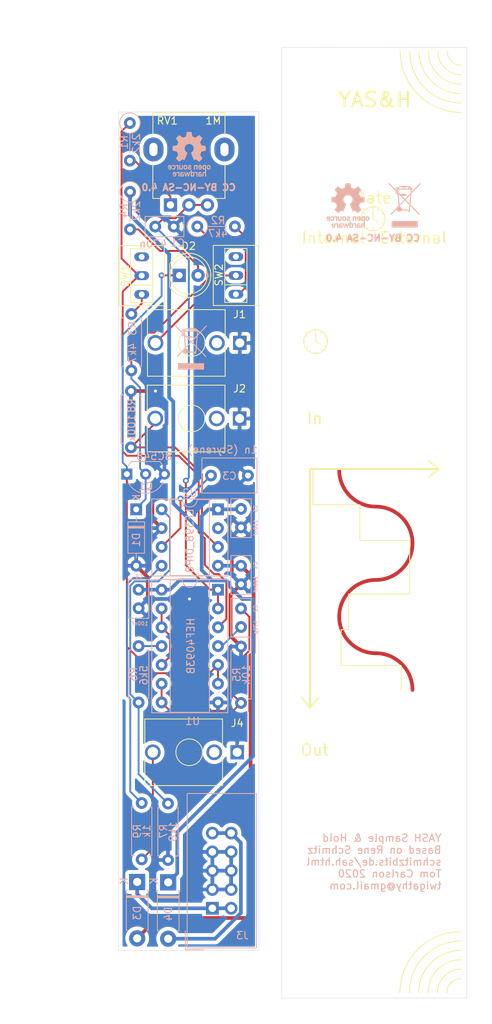
<source format=kicad_pcb>
(kicad_pcb (version 20171130) (host pcbnew "(5.1.4)-1")
  (layers (0 F.Cu signal) (31 B.Cu signal) (34 B.Paste user) (35 F.Paste user) (36 B.SilkS user) (37 F.SilkS user) (38 B.Mask user) (39 F.Mask user) (44 Edge.Cuts user))
  (net 0 "")
  (net 1 Earth)
  (net 2 "Net-(C1-Pad1)")
  (net 3 "Net-(C2-Pad2)")
  (net 4 "Net-(C2-Pad1)")
  (net 5 "Net-(C3-Pad1)")
  (net 6 "Net-(D1-Pad1)")
  (net 7 "Net-(D2-Pad2)")
  (net 8 "Net-(D2-Pad1)")
  (net 9 -12V)
  (net 10 "Net-(D3-Pad1)")
  (net 11 "Net-(D4-Pad2)")
  (net 12 +12V)
  (net 13 "Net-(J1-PadT)")
  (net 14 "Net-(J2-PadT)")
  (net 15 "Net-(J4-PadT)")
  (net 16 "Net-(R1-Pad2)")
  (net 17 "Net-(R1-Pad1)")
  (net 18 "Net-(R3-Pad2)")
  (net 19 "Net-(R6-Pad2)")
  (net 20 "Net-(R6-Pad1)")
  (net 21 "Net-(U1-Pad10)")
  (net 22 "Net-(U2-Pad2)")
  (net 23 "Net-(SW1-Pad3)")
  (net 24 "Net-(R2-Pad2)")
  (net 25 "Net-(SW2-Pad3)")
  (net 26 "Net-(R9-Pad2)")
  (module Symbol:OSHW-Logo_5.7x6mm_SilkScreen (layer B.Cu) (at 134.0358 91.4654 180)
    (fp_text reference J27 hide)
    (fp_text value OSHW hide)
  )
  (module Symbol:WEEE-Logo_4.2x6mm_SilkScreen (layer B.Cu) (at 141.6812 91.4146 180)
    (fp_text reference J26 hide)
    (fp_text value WEEE hide)
  )
  (module Symbol:OSHW-Logo_5.7x6mm_SilkScreen (layer B.Cu) (at 112.5728 84.5312 180)
    (fp_text reference J27 hide)
    (fp_text value OSHW hide)
  )
  (module Symbol:WEEE-Logo_4.2x6mm_SilkScreen (layer B.Cu) (at 112.8014 110.617 180)
    (fp_text reference J26 hide)
    (fp_text value WEEE hide)
  )
  (module MountingHole:MountingHole_3.2mm_M3 (layer F.Cu) (at 132.6134 195.5546)
    (fp_text reference REF** hide)
    (fp_text value MountingHole_3.2mm_M3)
    (pad "" np_thru_hole oval (at 0 0) (size 6.4 3.2) (drill oval 6.4 3.2) (layers *.Cu *.Mask))
  )
  (module MountingHole:MountingHole_3.2mm_M3 (layer F.Cu) (at 132.6388 73.1266)
    (fp_text reference REF** hide)
    (fp_text value MountingHole_3.2mm_M3)
    (pad "" np_thru_hole oval (at 0 0) (size 6.4 3.2) (drill oval 6.4 3.2) (layers *.Cu *.Mask))
  )
  (module MountingHole:MountingHole_3.2mm_M3 (layer F.Cu) (at 137.922 165.2397)
    (fp_text reference REF** hide)
    (fp_text value MountingHole_3.2mm_M3)
    (pad "" np_thru_hole circle (at 0 0) (size 6.1 6.1) (drill 6.1) (layers *.Cu *.Mask))
  )
  (module MountingHole:MountingHole_3.2mm_M3 (layer F.Cu) (at 137.922 120.2182)
    (fp_text reference REF** hide)
    (fp_text value MountingHole_3.2mm_M3)
    (pad "" np_thru_hole circle (at 0 0) (size 6.1 6.1) (drill 6.1) (layers *.Cu *.Mask))
  )
  (module MountingHole:MountingHole_3.2mm_M3 (layer F.Cu) (at 137.922 109.9312)
    (fp_text reference REF** hide)
    (fp_text value MountingHole_3.2mm_M3)
    (pad "" np_thru_hole circle (at 0 0) (size 6.1 6.1) (drill 6.1) (layers *.Cu *.Mask))
  )
  (module MountingHole:MountingHole_3.2mm_M3 (layer F.Cu) (at 144.018 101.0412)
    (fp_text reference REF** hide)
    (fp_text value MountingHole_3.2mm_M3)
    (pad "" np_thru_hole circle (at 0 0) (size 6.1 6.1) (drill 6.1) (layers *.Cu *.Mask))
  )
  (module MountingHole:MountingHole_3.2mm_M3 (layer F.Cu) (at 137.6045 101.0412)
    (fp_text reference REF** hide)
    (fp_text value MountingHole_3.2mm_M3)
    (pad "" np_thru_hole circle (at 0 0) (size 5.1 5.1) (drill 5.1) (layers *.Cu *.Mask))
  )
  (module MountingHole:MountingHole_3.2mm_M3 (layer F.Cu) (at 131.191 101.0412)
    (fp_text reference REF** hide)
    (fp_text value MountingHole_3.2mm_M3)
    (pad "" np_thru_hole circle (at 0 0) (size 6.1 6.1) (drill 6.1) (layers *.Cu *.Mask))
  )
  (module MountingHole:MountingHole_3.2mm_M3 (layer F.Cu) (at 137.6045 83.8327)
    (fp_text reference REF** hide)
    (fp_text value MountingHole_3.2mm_M3)
    (pad "" np_thru_hole circle (at 0 0) (size 7.1 7.1) (drill 7.1) (layers *.Cu *.Mask))
  )
  (module Resistor_THT:R_Axial_DIN0207_L6.3mm_D2.5mm_P5.08mm_Vertical (layer B.Cu) (at 104.5718 89.6112 270)
    (fp_text reference R4 (at 2.54 0.8128 270) (layer B.SilkS) (effects (justify mirror)))
    (fp_text value 2k2 (at 2.5908 -0.8382 270) (layer B.SilkS) (effects (justify mirror)))
    (pad 2 thru_hole oval (at 5.08 0 270) (size 1.6 1.6) (drill 0.8) (layers *.Cu *.Mask) (net 7 "Net-(D2-Pad2)"))
    (pad 1 thru_hole circle (at 0 0 270) (size 1.6 1.6) (drill 0.8) (layers *.Cu *.Mask) (net 12 +12V))
  )
  (module Resistor_THT:R_Axial_DIN0207_L6.3mm_D2.5mm_P5.08mm_Vertical (layer B.Cu) (at 113.665 94.2975)
    (fp_text reference R2 (at 2.794 -0.8255) (layer B.SilkS) (effects (justify mirror)))
    (fp_text value 4k7 (at 2.794 0.9525) (layer B.SilkS) (effects (justify mirror)))
    (pad 2 thru_hole oval (at 5.08 0) (size 1.6 1.6) (drill 0.8) (layers *.Cu *.Mask) (net 24 "Net-(R2-Pad2)"))
    (pad 1 thru_hole circle (at 0 0) (size 1.6 1.6) (drill 0.8) (layers *.Cu *.Mask) (net 6 "Net-(D1-Pad1)"))
  )
  (module Resistor_THT:R_Axial_DIN0207_L6.3mm_D2.5mm_P5.08mm_Vertical (layer B.Cu) (at 104.5464 80.3148 270)
    (fp_text reference R1 (at 2.6162 0.7874 90) (layer B.SilkS) (effects (justify mirror)))
    (fp_text value 2k2 (at 2.7432 -0.8636 90) (layer B.SilkS) (effects (justify mirror)))
    (pad 2 thru_hole oval (at 5.08 0 270) (size 1.6 1.6) (drill 0.8) (layers *.Cu *.Mask) (net 16 "Net-(R1-Pad2)"))
    (pad 1 thru_hole circle (at 0 0 270) (size 1.6 1.6) (drill 0.8) (layers *.Cu *.Mask) (net 17 "Net-(R1-Pad1)"))
  )
  (module RS:sub-mini-spdt-thonk (layer F.Cu) (at 118.999 100.9142)
    (fp_text reference SW2 (at -2.413 -0.0762 270) (layer F.SilkS))
    (fp_text value SW_SPDT)
    (pad 3 thru_hole oval (at -0.127 -2.54 90) (size 1.2 2) (drill 0.8) (layers *.Cu *.Mask) (net 25 "Net-(SW2-Pad3)"))
    (pad 2 thru_hole oval (at -0.127 0 90) (size 1.2 2) (drill 0.8) (layers *.Cu *.Mask) (net 13 "Net-(J1-PadT)"))
    (pad 1 thru_hole oval (at -0.127 2.54 90) (size 1.2 2) (drill 0.8) (layers *.Cu *.Mask) (net 24 "Net-(R2-Pad2)"))
  )
  (module RS:sub-mini-spdt-thonk (layer F.Cu) (at 106.2736 100.9396)
    (fp_text reference SW1 (at -2.3876 0.0254 270) (layer F.SilkS))
    (fp_text value SW_SPDT)
    (pad 3 thru_hole oval (at -0.127 -2.54 90) (size 1.2 2) (drill 0.8) (layers *.Cu *.Mask) (net 23 "Net-(SW1-Pad3)"))
    (pad 2 thru_hole oval (at -0.127 0 90) (size 1.2 2) (drill 0.8) (layers *.Cu *.Mask) (net 17 "Net-(R1-Pad1)"))
    (pad 1 thru_hole oval (at -0.127 2.54 90) (size 1.2 2) (drill 0.8) (layers *.Cu *.Mask) (net 18 "Net-(R3-Pad2)"))
  )
  (module Resistor_THT:R_Axial_DIN0207_L6.3mm_D2.5mm_P7.62mm_Horizontal (layer B.Cu) (at 106.1466 179.832 90)
    (fp_text reference R9 (at 3.81 -0.6096 270) (layer B.SilkS) (effects (justify mirror)))
    (fp_text value 1k (at 3.81 0.6604 270) (layer B.SilkS) (effects (justify mirror)))
    (pad 2 thru_hole oval (at 7.62 0 90) (size 1.6 1.6) (drill 0.8) (layers *.Cu *.Mask) (net 26 "Net-(R9-Pad2)"))
    (pad 1 thru_hole circle (at 0 0 90) (size 1.6 1.6) (drill 0.8) (layers *.Cu *.Mask) (net 15 "Net-(J4-PadT)"))
  )
  (module Resistor_THT:R_Axial_DIN0207_L6.3mm_D2.5mm_P7.62mm_Horizontal (layer B.Cu) (at 104.6988 124.1552 90)
    (fp_text reference R8 (at 5.6642 0.0762 270) (layer B.SilkS) (effects (justify mirror)))
    (fp_text value 100k (at 2.6162 0.0762 270) (layer B.SilkS) (effects (justify mirror)))
    (pad 2 thru_hole oval (at 7.62 0 90) (size 1.6 1.6) (drill 0.8) (layers *.Cu *.Mask) (net 1 Earth))
    (pad 1 thru_hole circle (at 0 0 90) (size 1.6 1.6) (drill 0.8) (layers *.Cu *.Mask) (net 14 "Net-(J2-PadT)"))
  )
  (module Resistor_THT:R_Axial_DIN0207_L6.3mm_D2.5mm_P7.62mm_Horizontal (layer B.Cu) (at 109.7026 172.2882 270)
    (fp_text reference R7 (at 3.7338 0.6096 270) (layer B.SilkS) (effects (justify mirror)))
    (fp_text value 1k8 (at 3.81 -0.6604 270) (layer B.SilkS) (effects (justify mirror)))
    (pad 2 thru_hole oval (at 7.62 0 270) (size 1.6 1.6) (drill 0.8) (layers *.Cu *.Mask) (net 1 Earth))
    (pad 1 thru_hole circle (at 0 0 270) (size 1.6 1.6) (drill 0.8) (layers *.Cu *.Mask) (net 20 "Net-(R6-Pad1)"))
  )
  (module Resistor_THT:R_Axial_DIN0207_L6.3mm_D2.5mm_P7.62mm_Horizontal (layer B.Cu) (at 105.7275 158.623 90)
    (fp_text reference R6 (at 3.81 -0.6985 270) (layer B.SilkS) (effects (justify mirror)))
    (fp_text value 5k6 (at 3.683 0.6985 270) (layer B.SilkS) (effects (justify mirror)))
    (pad 2 thru_hole oval (at 7.62 0 90) (size 1.6 1.6) (drill 0.8) (layers *.Cu *.Mask) (net 19 "Net-(R6-Pad2)"))
    (pad 1 thru_hole circle (at 0 0 90) (size 1.6 1.6) (drill 0.8) (layers *.Cu *.Mask) (net 20 "Net-(R6-Pad1)"))
  )
  (module Resistor_THT:R_Axial_DIN0207_L6.3mm_D2.5mm_P7.62mm_Horizontal (layer B.Cu) (at 119.5705 158.6865 90)
    (fp_text reference R5 (at 3.81 -0.5715 270) (layer B.SilkS) (effects (justify mirror)))
    (fp_text value 10k (at 3.81 0.6985 270) (layer B.SilkS) (effects (justify mirror)))
    (pad 2 thru_hole oval (at 7.62 0 90) (size 1.6 1.6) (drill 0.8) (layers *.Cu *.Mask) (net 1 Earth))
    (pad 1 thru_hole circle (at 0 0 90) (size 1.6 1.6) (drill 0.8) (layers *.Cu *.Mask) (net 4 "Net-(C2-Pad1)"))
  )
  (module Resistor_THT:R_Axial_DIN0207_L6.3mm_D2.5mm_P7.62mm_Horizontal (layer B.Cu) (at 104.7496 113.7412 90)
    (fp_text reference R3 (at 5.6642 0.1524 270) (layer B.SilkS) (effects (justify mirror)))
    (fp_text value 4k7 (at 2.3622 0.1524 270) (layer B.SilkS) (effects (justify mirror)))
    (pad 2 thru_hole oval (at 7.62 0 90) (size 1.6 1.6) (drill 0.8) (layers *.Cu *.Mask) (net 18 "Net-(R3-Pad2)"))
    (pad 1 thru_hole circle (at 0 0 90) (size 1.6 1.6) (drill 0.8) (layers *.Cu *.Mask) (net 6 "Net-(D1-Pad1)"))
  )
  (module Package_TO_SOT_THT:TO-92L_Inline_Wide (layer B.Cu) (at 104.14 127.762)
    (fp_text reference Q1 (at 2.54 1.651) (layer B.SilkS) (effects (justify mirror)))
    (fp_text value BC548 (at 3.683 -2.413) (layer B.SilkS) (effects (justify mirror)))
    (pad 1 thru_hole rect (at 0 0 270) (size 1.5 1.5) (drill 0.8) (layers *.Cu *.Mask) (net 8 "Net-(D2-Pad1)"))
    (pad 3 thru_hole circle (at 5.08 0 270) (size 1.5 1.5) (drill 0.8) (layers *.Cu *.Mask) (net 1 Earth))
    (pad 2 thru_hole circle (at 2.54 0 270) (size 1.5 1.5) (drill 0.8) (layers *.Cu *.Mask) (net 6 "Net-(D1-Pad1)"))
  )
  (module Package_DIP:DIP-8_W7.62mm_Socket (layer B.Cu) (at 116.459 132.5245 180)
    (fp_text reference U2 (at 3.81 2.2225) (layer B.SilkS) (effects (justify mirror)))
    (fp_text value LF398_DIP8 (at 3.81 -4.2545 90) (layer B.SilkS) (effects (justify mirror)))
    (pad 8 thru_hole oval (at 7.62 0 180) (size 1.6 1.6) (drill 0.8) (layers *.Cu *.Mask) (net 20 "Net-(R6-Pad1)"))
    (pad 4 thru_hole oval (at 0 -7.62 180) (size 1.6 1.6) (drill 0.8) (layers *.Cu *.Mask) (net 9 -12V))
    (pad 7 thru_hole oval (at 7.62 -2.54 180) (size 1.6 1.6) (drill 0.8) (layers *.Cu *.Mask) (net 1 Earth))
    (pad 3 thru_hole oval (at 0 -5.08 180) (size 1.6 1.6) (drill 0.8) (layers *.Cu *.Mask) (net 14 "Net-(J2-PadT)"))
    (pad 6 thru_hole oval (at 7.62 -5.08 180) (size 1.6 1.6) (drill 0.8) (layers *.Cu *.Mask) (net 5 "Net-(C3-Pad1)"))
    (pad 2 thru_hole oval (at 0 -2.54 180) (size 1.6 1.6) (drill 0.8) (layers *.Cu *.Mask) (net 22 "Net-(U2-Pad2)"))
    (pad 5 thru_hole oval (at 7.62 -7.62 180) (size 1.6 1.6) (drill 0.8) (layers *.Cu *.Mask) (net 26 "Net-(R9-Pad2)"))
    (pad 1 thru_hole rect (at 0 0 180) (size 1.6 1.6) (drill 0.8) (layers *.Cu *.Mask) (net 12 +12V))
  )
  (module Package_DIP:DIP-14_W7.62mm_Socket (layer B.Cu) (at 116.459 143.383 180)
    (fp_text reference U1 (at 3.429 -17.78) (layer B.SilkS) (effects (justify mirror)))
    (fp_text value HEF4093B (at 3.683 -7.62 90) (layer B.SilkS) (effects (justify mirror)))
    (pad 14 thru_hole oval (at 7.62 0 180) (size 1.6 1.6) (drill 0.8) (layers *.Cu *.Mask) (net 12 +12V))
    (pad 7 thru_hole oval (at 0 -15.24 180) (size 1.6 1.6) (drill 0.8) (layers *.Cu *.Mask) (net 1 Earth))
    (pad 13 thru_hole oval (at 7.62 -2.54 180) (size 1.6 1.6) (drill 0.8) (layers *.Cu *.Mask) (net 21 "Net-(U1-Pad10)"))
    (pad 6 thru_hole oval (at 0 -12.7 180) (size 1.6 1.6) (drill 0.8) (layers *.Cu *.Mask) (net 8 "Net-(D2-Pad1)"))
    (pad 12 thru_hole oval (at 7.62 -5.08 180) (size 1.6 1.6) (drill 0.8) (layers *.Cu *.Mask) (net 21 "Net-(U1-Pad10)"))
    (pad 5 thru_hole oval (at 0 -10.16 180) (size 1.6 1.6) (drill 0.8) (layers *.Cu *.Mask) (net 8 "Net-(D2-Pad1)"))
    (pad 11 thru_hole oval (at 7.62 -7.62 180) (size 1.6 1.6) (drill 0.8) (layers *.Cu *.Mask) (net 19 "Net-(R6-Pad2)"))
    (pad 4 thru_hole oval (at 0 -7.62 180) (size 1.6 1.6) (drill 0.8) (layers *.Cu *.Mask) (net 3 "Net-(C2-Pad2)"))
    (pad 10 thru_hole oval (at 7.62 -10.16 180) (size 1.6 1.6) (drill 0.8) (layers *.Cu *.Mask) (net 21 "Net-(U1-Pad10)"))
    (pad 3 thru_hole oval (at 0 -5.08 180) (size 1.6 1.6) (drill 0.8) (layers *.Cu *.Mask) (net 17 "Net-(R1-Pad1)"))
    (pad 9 thru_hole oval (at 7.62 -12.7 180) (size 1.6 1.6) (drill 0.8) (layers *.Cu *.Mask) (net 4 "Net-(C2-Pad1)"))
    (pad 2 thru_hole oval (at 0 -2.54 180) (size 1.6 1.6) (drill 0.8) (layers *.Cu *.Mask) (net 2 "Net-(C1-Pad1)"))
    (pad 8 thru_hole oval (at 7.62 -15.24 180) (size 1.6 1.6) (drill 0.8) (layers *.Cu *.Mask) (net 4 "Net-(C2-Pad1)"))
    (pad 1 thru_hole rect (at 0 0 180) (size 1.6 1.6) (drill 0.8) (layers *.Cu *.Mask) (net 2 "Net-(C1-Pad1)"))
  )
  (module Capacitor_THT:C_Disc_D5.0mm_W2.5mm_P2.50mm (layer B.Cu) (at 119.5705 132.461 270)
    (fp_text reference C6 (at 0 -1.9685 270) (layer B.SilkS) (effects (font (size 0.5 0.5) (thickness 0.1)) (justify mirror)))
    (fp_text value 100nf (at 2.54 -1.9685 270) (layer B.SilkS) (effects (font (size 0.5 0.5) (thickness 0.1)) (justify mirror)))
    (pad 2 thru_hole circle (at 2.5 0 270) (size 1.6 1.6) (drill 0.8) (layers *.Cu *.Mask) (net 1 Earth))
    (pad 1 thru_hole circle (at 0 0 270) (size 1.6 1.6) (drill 0.8) (layers *.Cu *.Mask) (net 12 +12V))
  )
  (module Capacitor_THT:C_Disc_D5.0mm_W2.5mm_P2.50mm (layer B.Cu) (at 105.7275 143.383 270)
    (fp_text reference C5 (at -1.778 -0.0635) (layer B.SilkS) (effects (font (size 0.5 0.5) (thickness 0.1)) (justify mirror)))
    (fp_text value 100nf (at 4.572 -0.1905) (layer B.SilkS) (effects (font (size 0.5 0.5) (thickness 0.1)) (justify mirror)))
    (pad 2 thru_hole circle (at 2.5 0 270) (size 1.6 1.6) (drill 0.8) (layers *.Cu *.Mask) (net 1 Earth))
    (pad 1 thru_hole circle (at 0 0 270) (size 1.6 1.6) (drill 0.8) (layers *.Cu *.Mask) (net 12 +12V))
  )
  (module Capacitor_THT:C_Disc_D5.0mm_W2.5mm_P2.50mm (layer B.Cu) (at 119.5705 140.1445 270)
    (fp_text reference C4 (at -0.0635 -1.9685 270) (layer B.SilkS) (effects (font (size 0.5 0.5) (thickness 0.1)) (justify mirror)))
    (fp_text value 100nf (at 2.4765 -1.9685 270) (layer B.SilkS) (effects (font (size 0.5 0.5) (thickness 0.1)) (justify mirror)))
    (pad 2 thru_hole circle (at 2.5 0 270) (size 1.6 1.6) (drill 0.8) (layers *.Cu *.Mask) (net 1 Earth))
    (pad 1 thru_hole circle (at 0 0 270) (size 1.6 1.6) (drill 0.8) (layers *.Cu *.Mask) (net 9 -12V))
  )
  (module Potentiometer_THT:Potentiometer_Alpha_RD901F-40-00D_Single_Vertical (layer F.Cu) (at 110.0328 91.3892 90)
    (fp_text reference RV1 (at 11.3792 -0.4318) (layer F.SilkS))
    (fp_text value 1M (at 11.3792 5.7912) (layer F.SilkS))
    (pad "" thru_hole oval (at 7.5 -2.3 180) (size 2.72 3.24) (drill oval 1.1 1.8) (layers *.Cu *.Mask))
    (pad "" thru_hole oval (at 7.5 7.3 180) (size 2.72 3.24) (drill oval 1.1 1.8) (layers *.Cu *.Mask))
    (pad 3 thru_hole circle (at 0 5 180) (size 1.8 1.8) (drill 1) (layers *.Cu *.Mask) (net 2 "Net-(C1-Pad1)"))
    (pad 2 thru_hole circle (at 0 2.5 180) (size 1.8 1.8) (drill 1) (layers *.Cu *.Mask) (net 2 "Net-(C1-Pad1)"))
    (pad 1 thru_hole rect (at 0 0 180) (size 1.8 1.8) (drill 1) (layers *.Cu *.Mask) (net 16 "Net-(R1-Pad2)"))
  )
  (module Connector_Audio:Jack_3.5mm_QingPu_WQP-PJ398SM_Vertical_CircularHoles (layer F.Cu) (at 119.0498 165.354 270)
    (fp_text reference J4 (at -3.937 -0.0127) (layer F.SilkS))
    (fp_text value AudioJack2)
    (pad T thru_hole circle (at 0 11.4 90) (size 2.13 2.13) (drill 1.43) (layers *.Cu *.Mask) (net 15 "Net-(J4-PadT)"))
    (pad S thru_hole rect (at 0 0 90) (size 1.93 1.83) (drill 1.22) (layers *.Cu *.Mask) (net 1 Earth))
    (pad TN thru_hole circle (at 0 3.1 90) (size 2.13 2.13) (drill 1.42) (layers *.Cu *.Mask))
  )
  (module Connector_IDC:IDC-Header_2x05_P2.54mm_Vertical (layer B.Cu) (at 115.697 186.436)
    (fp_text reference J3 (at 4.064 3.683) (layer B.SilkS) (effects (justify mirror)))
    (fp_text value Conn_02x05_Odd_Even)
    (pad 10 thru_hole oval (at 2.54 -10.16) (size 1.7272 1.7272) (drill 1.016) (layers *.Cu *.Mask) (net 11 "Net-(D4-Pad2)"))
    (pad 9 thru_hole oval (at 0 -10.16) (size 1.7272 1.7272) (drill 1.016) (layers *.Cu *.Mask) (net 11 "Net-(D4-Pad2)"))
    (pad 8 thru_hole oval (at 2.54 -7.62) (size 1.7272 1.7272) (drill 1.016) (layers *.Cu *.Mask) (net 1 Earth))
    (pad 7 thru_hole oval (at 0 -7.62) (size 1.7272 1.7272) (drill 1.016) (layers *.Cu *.Mask) (net 1 Earth))
    (pad 6 thru_hole oval (at 2.54 -5.08) (size 1.7272 1.7272) (drill 1.016) (layers *.Cu *.Mask) (net 1 Earth))
    (pad 5 thru_hole oval (at 0 -5.08) (size 1.7272 1.7272) (drill 1.016) (layers *.Cu *.Mask) (net 1 Earth))
    (pad 4 thru_hole oval (at 2.54 -2.54) (size 1.7272 1.7272) (drill 1.016) (layers *.Cu *.Mask) (net 1 Earth))
    (pad 3 thru_hole oval (at 0 -2.54) (size 1.7272 1.7272) (drill 1.016) (layers *.Cu *.Mask) (net 1 Earth))
    (pad 2 thru_hole oval (at 2.54 0) (size 1.7272 1.7272) (drill 1.016) (layers *.Cu *.Mask) (net 10 "Net-(D3-Pad1)"))
    (pad 1 thru_hole rect (at 0 0) (size 1.7272 1.7272) (drill 1.016) (layers *.Cu *.Mask) (net 10 "Net-(D3-Pad1)"))
  )
  (module Connector_Audio:Jack_3.5mm_QingPu_WQP-PJ398SM_Vertical_CircularHoles (layer F.Cu) (at 119.38 120.2436 270)
    (fp_text reference J2 (at -4.03 0) (layer F.SilkS))
    (fp_text value AudioJack2)
    (pad T thru_hole circle (at 0 11.4 90) (size 2.13 2.13) (drill 1.43) (layers *.Cu *.Mask) (net 14 "Net-(J2-PadT)"))
    (pad S thru_hole rect (at 0 0 90) (size 1.93 1.83) (drill 1.22) (layers *.Cu *.Mask) (net 1 Earth))
    (pad TN thru_hole circle (at 0 3.1 90) (size 2.13 2.13) (drill 1.42) (layers *.Cu *.Mask))
  )
  (module Connector_Audio:Jack_3.5mm_QingPu_WQP-PJ398SM_Vertical_CircularHoles (layer F.Cu) (at 119.4054 110.0328 270)
    (fp_text reference J1 (at -3.8608 0.0254) (layer F.SilkS))
    (fp_text value AudioJack2)
    (pad T thru_hole circle (at 0 11.4 90) (size 2.13 2.13) (drill 1.43) (layers *.Cu *.Mask) (net 13 "Net-(J1-PadT)"))
    (pad S thru_hole rect (at 0 0 90) (size 1.93 1.83) (drill 1.22) (layers *.Cu *.Mask) (net 1 Earth))
    (pad TN thru_hole circle (at 0 3.1 90) (size 2.13 2.13) (drill 1.42) (layers *.Cu *.Mask))
  )
  (module Diode_THT:D_DO-41_SOD81_P7.62mm_Horizontal (layer B.Cu) (at 109.728 182.9308 270)
    (fp_text reference D4 (at 4.2672 0 270) (layer B.SilkS) (effects (justify mirror)))
    (fp_text value D_Schottky)
    (fp_text user K (at -0.1778 1.905 270) (layer B.SilkS) (effects (justify mirror)))
    (pad 2 thru_hole oval (at 7.62 0 270) (size 2.2 2.2) (drill 1.1) (layers *.Cu *.Mask) (net 11 "Net-(D4-Pad2)"))
    (pad 1 thru_hole rect (at 0 0 270) (size 2.2 2.2) (drill 1.1) (layers *.Cu *.Mask) (net 12 +12V))
  )
  (module Diode_THT:D_DO-41_SOD81_P7.62mm_Horizontal (layer B.Cu) (at 105.537 182.88 270)
    (fp_text reference D3 (at 4.191 0 270) (layer B.SilkS) (effects (justify mirror)))
    (fp_text value D_Schottky)
    (fp_text user K (at -0.127 1.778 270) (layer B.SilkS) (effects (justify mirror)))
    (pad 2 thru_hole oval (at 7.62 0 270) (size 2.2 2.2) (drill 1.1) (layers *.Cu *.Mask) (net 9 -12V))
    (pad 1 thru_hole rect (at 0 0 270) (size 2.2 2.2) (drill 1.1) (layers *.Cu *.Mask) (net 10 "Net-(D3-Pad1)"))
  )
  (module LED_THT:LED_D5.0mm (layer F.Cu) (at 111.2266 100.9015)
    (fp_text reference D2 (at 1.27 -3.96) (layer F.SilkS))
    (fp_text value LED)
    (pad 2 thru_hole circle (at 2.54 0) (size 1.8 1.8) (drill 0.9) (layers *.Cu *.Mask) (net 7 "Net-(D2-Pad2)"))
    (pad 1 thru_hole rect (at 0 0) (size 1.8 1.8) (drill 0.9) (layers *.Cu *.Mask) (net 8 "Net-(D2-Pad1)"))
  )
  (module Diode_THT:D_DO-35_SOD27_P7.62mm_Horizontal (layer B.Cu) (at 105.41 132.5245 270)
    (fp_text reference D1 (at 4.1275 0 270) (layer B.SilkS) (effects (justify mirror)))
    (fp_text value 1N4148)
    (fp_text user K (at -1.5875 0 270) (layer B.SilkS) (effects (justify mirror)))
    (pad 2 thru_hole oval (at 7.62 0 270) (size 1.6 1.6) (drill 0.8) (layers *.Cu *.Mask) (net 1 Earth))
    (pad 1 thru_hole rect (at 0 0 270) (size 1.6 1.6) (drill 0.8) (layers *.Cu *.Mask) (net 6 "Net-(D1-Pad1)"))
  )
  (module Capacitor_THT:C_Rect_L7.2mm_W4.5mm_P5.00mm_FKS2_FKP2_MKS2_MKP2 (layer B.Cu) (at 115.5065 127.9525)
    (fp_text reference C3 (at 2.5 0.0635) (layer B.SilkS) (effects (justify mirror)))
    (fp_text value "1n (Styrene)" (at 1.5875 -3.4925) (layer B.SilkS) (effects (justify mirror)))
    (pad 2 thru_hole circle (at 5 0) (size 1.6 1.6) (drill 0.8) (layers *.Cu *.Mask) (net 1 Earth))
    (pad 1 thru_hole circle (at 0 0) (size 1.6 1.6) (drill 0.8) (layers *.Cu *.Mask) (net 5 "Net-(C3-Pad1)"))
  )
  (module Capacitor_THT:C_Disc_D5.0mm_W2.5mm_P2.50mm (layer B.Cu) (at 119.5705 145.923 270)
    (fp_text reference C2 (at 0 -1.9685 270) (layer B.SilkS) (effects (font (size 0.5 0.5) (thickness 0.1)) (justify mirror)))
    (fp_text value 470p (at 2.54 -1.9685 270) (layer B.SilkS) (effects (font (size 0.5 0.5) (thickness 0.1)) (justify mirror)))
    (pad 2 thru_hole circle (at 2.5 0 270) (size 1.6 1.6) (drill 0.8) (layers *.Cu *.Mask) (net 3 "Net-(C2-Pad2)"))
    (pad 1 thru_hole circle (at 0 0 270) (size 1.6 1.6) (drill 0.8) (layers *.Cu *.Mask) (net 4 "Net-(C2-Pad1)"))
  )
  (module Capacitor_THT:C_Disc_D5.0mm_W2.5mm_P2.50mm (layer B.Cu) (at 107.9754 94.3102)
    (fp_text reference C1 (at 3.0226 2.2098) (layer B.SilkS) (effects (justify mirror)))
    (fp_text value 470n (at -0.2794 2.3368) (layer B.SilkS) (effects (justify mirror)))
    (pad 2 thru_hole circle (at 2.5 0) (size 1.6 1.6) (drill 0.8) (layers *.Cu *.Mask) (net 1 Earth))
    (pad 1 thru_hole circle (at 0 0) (size 1.6 1.6) (drill 0.8) (layers *.Cu *.Mask) (net 2 "Net-(C1-Pad1)"))
  )
  (gr_text "CC BY-NC-SA 4.0" (at 137.3886 95.8596) (layer B.SilkS) (effects (font (size 0.9 0.9) (thickness 0.225)) (justify mirror)))
  (gr_text "CC BY-NC-SA 4.0" (at 112.4966 89.027) (layer B.SilkS) (effects (font (size 0.9 0.9) (thickness 0.225)) (justify mirror)))
  (gr_line (start 129.667 109.833146) (end 129.667 108.7882) (layer F.SilkS) (width 0.12))
  (gr_line (start 129.667 109.833146) (end 130.2385 110.1852) (layer F.SilkS) (width 0.12))
  (gr_line (start 129.667 111.195592) (end 129.667 111.449592) (layer F.SilkS) (width 0.12))
  (gr_circle (center 129.667 109.833146) (end 128.524 108.690146) (layer F.SilkS) (width 0.12))
  (gr_line (start 128.3335 109.0422) (end 128.524 109.1692) (layer F.SilkS) (width 0.12))
  (gr_line (start 128.304554 109.833146) (end 128.050554 109.833146) (layer F.SilkS) (width 0.12))
  (gr_line (start 129.667 108.2167) (end 129.667 108.4707) (layer F.SilkS) (width 0.12))
  (gr_line (start 130.4925 108.4707) (end 130.3655 108.6612) (layer F.SilkS) (width 0.12))
  (gr_line (start 131.283446 109.833146) (end 131.029446 109.833146) (layer F.SilkS) (width 0.12))
  (gr_line (start 128.905 108.4707) (end 129.011606 108.689592) (layer F.SilkS) (width 0.12))
  (gr_line (start 131.064 109.0422) (end 130.845108 109.148806) (layer F.SilkS) (width 0.12))
  (gr_line (start 128.8415 111.2012) (end 128.9685 111.0107) (layer F.SilkS) (width 0.12))
  (gr_line (start 131.064 110.5662) (end 130.8735 110.4392) (layer F.SilkS) (width 0.12))
  (gr_line (start 130.535606 111.166092) (end 130.429 110.9472) (layer F.SilkS) (width 0.12))
  (gr_line (start 128.305108 110.609306) (end 128.524 110.5027) (layer F.SilkS) (width 0.12))
  (gr_line (start 138.282606 94.592592) (end 138.176 94.3737) (layer F.SilkS) (width 0.12))
  (gr_line (start 138.811 93.9927) (end 138.6205 93.8657) (layer F.SilkS) (width 0.12))
  (gr_line (start 136.052108 94.035806) (end 136.271 93.9292) (layer F.SilkS) (width 0.12))
  (gr_line (start 136.5885 94.6277) (end 136.7155 94.4372) (layer F.SilkS) (width 0.12))
  (gr_line (start 136.652 91.8972) (end 136.758606 92.116092) (layer F.SilkS) (width 0.12))
  (gr_line (start 136.0805 92.4687) (end 136.271 92.5957) (layer F.SilkS) (width 0.12))
  (gr_line (start 138.2395 91.8972) (end 138.1125 92.0877) (layer F.SilkS) (width 0.12))
  (gr_line (start 138.811 92.4687) (end 138.592108 92.575306) (layer F.SilkS) (width 0.12))
  (gr_line (start 137.414 93.259646) (end 137.9855 93.6117) (layer F.SilkS) (width 0.12))
  (gr_line (start 137.414 93.259646) (end 137.414 92.2147) (layer F.SilkS) (width 0.12))
  (gr_line (start 136.051554 93.259646) (end 135.797554 93.259646) (layer F.SilkS) (width 0.12))
  (gr_line (start 139.030446 93.259646) (end 138.776446 93.259646) (layer F.SilkS) (width 0.12))
  (gr_line (start 137.414 94.622092) (end 137.414 94.876092) (layer F.SilkS) (width 0.12))
  (gr_line (start 137.414 91.6432) (end 137.414 91.8972) (layer F.SilkS) (width 0.12))
  (gr_circle (center 137.414 93.259646) (end 136.271 92.116646) (layer F.SilkS) (width 0.12))
  (gr_text Out (at 129.54 165.0492) (layer F.SilkS) (effects (font (size 1.5 1.5) (thickness 0.2))))
  (gr_text In (at 129.54 120.2182) (layer F.SilkS) (effects (font (size 1.5 1.5) (thickness 0.2))))
  (gr_text Rate (at 137.414 90.4367) (layer F.SilkS) (effects (font (size 1.5 1.5) (thickness 0.2))))
  (gr_text External (at 142.875 95.8342) (layer F.SilkS) (effects (font (size 1.5 1.5) (thickness 0.2))))
  (gr_text Internal (at 132.08 95.8342) (layer F.SilkS) (effects (font (size 1.5 1.5) (thickness 0.2))))
  (gr_line (start 141.224 156.0322) (end 141.224 157.0482) (layer F.SilkS) (width 0.12))
  (gr_line (start 141.224 153.6192) (end 141.224 156.0322) (layer F.SilkS) (width 0.12))
  (gr_line (start 134.747 153.6192) (end 141.224 153.6192) (layer F.SilkS) (width 0.12))
  (gr_line (start 133.096 151.2062) (end 133.096 153.6192) (layer F.SilkS) (width 0.12))
  (gr_line (start 133.096 153.6192) (end 134.747 153.6192) (layer F.SilkS) (width 0.12))
  (gr_line (start 133.096 148.7932) (end 133.096 151.2062) (layer F.SilkS) (width 0.12))
  (gr_line (start 134.112 146.3802) (end 134.112 148.7932) (layer F.SilkS) (width 0.12))
  (gr_line (start 134.112 148.7932) (end 133.096 148.7932) (layer F.SilkS) (width 0.12))
  (gr_line (start 134.112 143.9672) (end 134.112 146.3802) (layer F.SilkS) (width 0.12))
  (gr_line (start 139.954 143.9672) (end 134.112 143.9672) (layer F.SilkS) (width 0.12))
  (gr_line (start 142.367 141.5542) (end 142.367 143.9672) (layer F.SilkS) (width 0.12))
  (gr_line (start 142.367 143.9672) (end 139.954 143.9672) (layer F.SilkS) (width 0.12))
  (gr_line (start 142.367 139.1412) (end 142.367 141.5542) (layer F.SilkS) (width 0.12))
  (gr_line (start 142.367 136.7282) (end 142.367 139.1412) (layer F.SilkS) (width 0.12))
  (gr_line (start 141.605 136.7282) (end 142.367 136.7282) (layer F.SilkS) (width 0.12))
  (gr_line (start 135.636 134.3152) (end 135.636 136.7282) (layer F.SilkS) (width 0.12))
  (gr_line (start 135.636 136.7282) (end 141.605 136.7282) (layer F.SilkS) (width 0.12))
  (gr_line (start 135.636 131.9022) (end 135.636 134.3152) (layer F.SilkS) (width 0.12))
  (gr_line (start 133.096 131.9022) (end 135.636 131.9022) (layer F.SilkS) (width 0.12))
  (gr_line (start 129.286 129.4892) (end 129.286 131.9022) (layer F.SilkS) (width 0.12))
  (gr_line (start 129.286 131.9022) (end 133.096 131.9022) (layer F.SilkS) (width 0.12))
  (gr_line (start 129.286 127.0762) (end 129.286 129.4892) (layer F.SilkS) (width 0.12))
  (gr_line (start 128.905 159.3342) (end 127.762 157.9372) (layer F.SilkS) (width 0.25))
  (gr_line (start 128.905 159.3342) (end 130.048 157.9372) (layer F.SilkS) (width 0.25))
  (gr_line (start 146.304 127.0762) (end 144.907 128.2192) (layer F.SilkS) (width 0.25))
  (gr_line (start 146.304 127.0762) (end 144.907 125.9332) (layer F.SilkS) (width 0.25))
  (gr_arc (start 137.795 156.9212) (end 142.748 156.9212) (angle -90) (layer F.Cu) (width 0.5))
  (gr_arc (start 137.795 147.0152) (end 132.842 147.0152) (angle -90) (layer F.Cu) (width 0.5))
  (gr_arc (start 137.795 147.0152) (end 137.795 142.0622) (angle -90) (layer F.Cu) (width 0.5))
  (gr_arc (start 137.795 137.1092) (end 137.795 142.0622) (angle -90) (layer F.Cu) (width 0.5))
  (gr_arc (start 137.795 137.1092) (end 142.748 137.1092) (angle -90) (layer F.Cu) (width 0.5))
  (gr_arc (start 137.795 127.2032) (end 132.842 127.2032) (angle -90) (layer F.Cu) (width 0.5))
  (gr_line (start 128.905 127.0762) (end 128.905 159.3342) (layer F.SilkS) (width 0.25))
  (gr_line (start 146.304 127.0762) (end 128.905 127.0762) (layer F.SilkS) (width 0.25))
  (gr_text "YASH Sample & Hold\nBased on Rene Schmitz\nschmitzbits.de/sah.html\nTom Carlson 2020\ntwigathy@gmail.com" (at 146.7485 180.1622) (layer B.SilkS) (effects (font (size 1 1)) (justify left mirror)))
  (gr_text YAS&H (at 137.668 77.1652) (layer F.SilkS) (effects (font (size 2 2) (thickness 0.3))))
  (gr_arc (start 149.352 70.6247) (end 146.177 70.6247) (angle -90) (layer F.SilkS) (width 0.12))
  (gr_arc (start 149.3012 197.8406) (end 149.3012 190.8556) (angle -90) (layer F.SilkS) (width 0.12))
  (gr_arc (start 149.3012 197.8406) (end 149.3012 192.1256) (angle -90) (layer F.SilkS) (width 0.12))
  (gr_arc (start 149.3012 197.8406) (end 149.3012 195.9356) (angle -90) (layer F.SilkS) (width 0.12))
  (gr_arc (start 149.352 70.6247) (end 141.097 70.6247) (angle -90) (layer F.SilkS) (width 0.12))
  (gr_arc (start 149.352 70.6247) (end 144.907 70.6247) (angle -90) (layer F.SilkS) (width 0.12))
  (gr_arc (start 149.3012 197.8406) (end 149.3012 193.3956) (angle -90) (layer F.SilkS) (width 0.12))
  (gr_arc (start 149.352 70.6247) (end 142.367 70.6247) (angle -90) (layer F.SilkS) (width 0.12))
  (gr_arc (start 149.3012 197.8406) (end 149.3012 194.6656) (angle -90) (layer F.SilkS) (width 0.12))
  (gr_arc (start 149.3012 197.8406) (end 149.3012 189.5856) (angle -90) (layer F.SilkS) (width 0.12))
  (gr_arc (start 149.352 70.6247) (end 143.637 70.6247) (angle -89.74364476) (layer F.SilkS) (width 0.12))
  (gr_arc (start 149.352 70.6247) (end 147.447 70.6247) (angle -90) (layer F.SilkS) (width 0.12))
  (gr_line (start 125.0696 198.5772) (end 150.0886 198.5772) (layer Edge.Cuts) (width 0.05))
  (gr_line (start 150.0886 198.5772) (end 150.0886 70.0786) (layer Edge.Cuts) (width 0.05))
  (gr_line (start 150.0886 70.0786) (end 125.0696 70.0913) (layer Edge.Cuts) (width 0.05))
  (gr_line (start 125.0696 198.5772) (end 125.0696 70.0913) (layer Edge.Cuts) (width 0.05))
  (gr_line (start 103.0224 192.151) (end 103.0224 78.8162) (layer Edge.Cuts) (width 0.05))
  (gr_line (start 121.9835 78.8035) (end 103.0224 78.8162) (layer Edge.Cuts) (width 0.05))
  (gr_line (start 121.9835 192.151) (end 121.9835 78.8035) (layer Edge.Cuts) (width 0.05))
  (gr_line (start 103.0224 192.151) (end 121.9835 192.151) (layer Edge.Cuts) (width 0.05))
  (segment (start 119.38 126.826) (end 120.5065 127.9525) (width 0.5) (layer F.Cu) (net 1))
  (segment (start 119.38 120.2436) (end 119.38 126.826) (width 0.5) (layer F.Cu) (net 1))
  (segment (start 107.588999 133.814499) (end 108.839 135.0645) (width 0.5) (layer F.Cu) (net 1))
  (segment (start 107.588999 129.393001) (end 107.588999 133.814499) (width 0.5) (layer F.Cu) (net 1))
  (segment (start 109.22 127.762) (end 107.588999 129.393001) (width 0.5) (layer F.Cu) (net 1))
  (segment (start 105.41 138.4935) (end 108.839 135.0645) (width 0.5) (layer B.Cu) (net 1))
  (segment (start 105.41 140.1445) (end 105.41 138.4935) (width 0.5) (layer B.Cu) (net 1))
  (segment (start 118.320499 136.211001) (end 119.5705 134.961) (width 0.5) (layer F.Cu) (net 1))
  (segment (start 118.320499 141.394499) (end 118.320499 136.211001) (width 0.5) (layer F.Cu) (net 1))
  (segment (start 119.5705 142.6445) (end 118.320499 141.394499) (width 0.5) (layer F.Cu) (net 1))
  (segment (start 106.977501 144.632999) (end 105.7275 145.883) (width 0.5) (layer F.Cu) (net 1))
  (segment (start 106.977501 141.712001) (end 106.977501 144.632999) (width 0.5) (layer F.Cu) (net 1))
  (segment (start 105.41 140.1445) (end 106.977501 141.712001) (width 0.5) (layer F.Cu) (net 1))
  (segment (start 119.5705 142.6445) (end 118.159012 144.055988) (width 0.5) (layer F.Cu) (net 1))
  (segment (start 118.159012 144.055988) (end 118.159012 149.655012) (width 0.5) (layer F.Cu) (net 1))
  (segment (start 118.770501 150.266501) (end 119.5705 151.0665) (width 0.5) (layer F.Cu) (net 1))
  (segment (start 118.159012 149.655012) (end 118.770501 150.266501) (width 0.5) (layer F.Cu) (net 1))
  (segment (start 105.7275 145.883) (end 106.937501 144.672999) (width 0.5) (layer F.Cu) (net 1))
  (segment (start 106.977499 144.633001) (end 112.605499 144.633001) (width 0.5) (layer B.Cu) (net 1))
  (segment (start 105.7275 145.883) (end 106.977499 144.633001) (width 0.5) (layer B.Cu) (net 1))
  (segment (start 112.605499 144.633001) (end 112.605499 144.633001) (width 0.5) (layer B.Cu) (net 1))
  (via (at 112.605499 144.633001) (size 0.8) (drill 0.4) (layers F.Cu B.Cu) (net 1))
  (segment (start 104.6988 116.5352) (end 108.0008 116.5352) (width 0.5) (layer F.Cu) (net 1))
  (segment (start 108.0008 116.5352) (end 108.0008 116.5352) (width 0.5) (layer F.Cu) (net 1))
  (via (at 108.0008 116.5352) (size 0.8) (drill 0.4) (layers F.Cu B.Cu) (net 1))
  (segment (start 108.400799 116.935199) (end 108.0008 116.5352) (width 0.5) (layer B.Cu) (net 1))
  (segment (start 109.495001 118.029401) (end 108.400799 116.935199) (width 0.5) (layer B.Cu) (net 1))
  (segment (start 109.22 121.245802) (end 109.495001 120.970801) (width 0.5) (layer B.Cu) (net 1))
  (segment (start 109.22 127.762) (end 109.22 121.245802) (width 0.5) (layer B.Cu) (net 1))
  (segment (start 109.495001 120.970801) (end 109.495001 118.029401) (width 0.5) (layer B.Cu) (net 1))
  (segment (start 116.459 143.383) (end 116.459 145.923) (width 0.25) (layer F.Cu) (net 2))
  (segment (start 113.760008 91.3892) (end 112.5328 91.3892) (width 0.25) (layer F.Cu) (net 2))
  (segment (start 115.0328 91.3892) (end 113.760008 91.3892) (width 0.25) (layer F.Cu) (net 2))
  (segment (start 108.775399 93.510201) (end 107.9754 94.3102) (width 0.25) (layer F.Cu) (net 2))
  (segment (start 109.100401 93.185199) (end 108.775399 93.510201) (width 0.25) (layer F.Cu) (net 2))
  (segment (start 110.736801 93.185199) (end 109.100401 93.185199) (width 0.25) (layer F.Cu) (net 2))
  (segment (start 112.5328 91.3892) (end 110.736801 93.185199) (width 0.25) (layer F.Cu) (net 2))
  (segment (start 116.459 143.383) (end 115.409 143.383) (width 0.25) (layer F.Cu) (net 2))
  (segment (start 115.409 143.383) (end 112.1156 140.0896) (width 0.25) (layer F.Cu) (net 2))
  (segment (start 112.1156 140.0896) (end 112.1156 128.651) (width 0.25) (layer F.Cu) (net 2))
  (segment (start 112.1156 128.651) (end 112.1156 128.651) (width 0.25) (layer F.Cu) (net 2))
  (via (at 112.1156 128.651) (size 0.8) (drill 0.4) (layers F.Cu B.Cu) (net 2))
  (segment (start 108.775399 95.110199) (end 107.9754 94.3102) (width 0.25) (layer B.Cu) (net 2))
  (segment (start 112.515599 98.850399) (end 108.775399 95.110199) (width 0.25) (layer B.Cu) (net 2))
  (segment (start 112.515599 128.251001) (end 112.515599 98.850399) (width 0.25) (layer B.Cu) (net 2))
  (segment (start 112.1156 128.651) (end 112.515599 128.251001) (width 0.25) (layer B.Cu) (net 2))
  (segment (start 116.9905 151.003) (end 116.459 151.003) (width 0.25) (layer B.Cu) (net 3))
  (segment (start 119.5705 148.423) (end 116.9905 151.003) (width 0.25) (layer B.Cu) (net 3))
  (segment (start 109.964001 159.748001) (end 108.839 158.623) (width 0.25) (layer F.Cu) (net 4))
  (segment (start 118.508999 159.748001) (end 109.964001 159.748001) (width 0.25) (layer F.Cu) (net 4))
  (segment (start 119.5705 158.6865) (end 118.508999 159.748001) (width 0.25) (layer F.Cu) (net 4))
  (segment (start 108.839 158.623) (end 108.839 156.083) (width 0.25) (layer F.Cu) (net 4))
  (segment (start 120.695501 147.048001) (end 120.695501 151.606501) (width 0.25) (layer F.Cu) (net 4))
  (segment (start 120.695501 151.606501) (end 118.445499 153.856503) (width 0.25) (layer F.Cu) (net 4))
  (segment (start 119.5705 145.923) (end 120.695501 147.048001) (width 0.25) (layer F.Cu) (net 4))
  (segment (start 118.445499 157.561499) (end 119.5705 158.6865) (width 0.25) (layer F.Cu) (net 4))
  (segment (start 118.445499 153.856503) (end 118.445499 157.561499) (width 0.25) (layer F.Cu) (net 4))
  (segment (start 111.39059 135.05291) (end 111.39059 131.629685) (width 0.25) (layer F.Cu) (net 5))
  (segment (start 111.39059 131.629685) (end 111.39059 131.064) (width 0.25) (layer F.Cu) (net 5))
  (segment (start 108.839 137.6045) (end 111.39059 135.05291) (width 0.25) (layer F.Cu) (net 5))
  (segment (start 112.395 131.064) (end 111.39059 131.064) (width 0.25) (layer B.Cu) (net 5))
  (via (at 111.39059 131.064) (size 0.8) (drill 0.4) (layers F.Cu B.Cu) (net 5))
  (segment (start 115.5065 127.9525) (end 112.395 131.064) (width 0.25) (layer B.Cu) (net 5))
  (segment (start 114.991601 95.624101) (end 113.665 94.2975) (width 0.25) (layer F.Cu) (net 6))
  (segment (start 104.7496 113.7412) (end 104.7496 110.169402) (width 0.25) (layer F.Cu) (net 6))
  (segment (start 107.838303 108.642799) (end 114.991601 101.489501) (width 0.25) (layer F.Cu) (net 6))
  (segment (start 114.991601 101.489501) (end 114.991601 95.624101) (width 0.25) (layer F.Cu) (net 6))
  (segment (start 104.7496 110.169402) (end 106.276203 108.642799) (width 0.25) (layer F.Cu) (net 6))
  (segment (start 106.276203 108.642799) (end 107.838303 108.642799) (width 0.25) (layer F.Cu) (net 6))
  (segment (start 105.433509 132.500991) (end 105.433509 132.5245) (width 0.25) (layer B.Cu) (net 6))
  (segment (start 105.533492 132.401008) (end 105.433509 132.500991) (width 0.25) (layer B.Cu) (net 6))
  (segment (start 105.533492 132.286322) (end 105.533492 132.401008) (width 0.25) (layer B.Cu) (net 6))
  (segment (start 106.68 127.762) (end 106.68 131.139814) (width 0.25) (layer B.Cu) (net 6))
  (segment (start 106.68 131.139814) (end 105.533492 132.286322) (width 0.25) (layer B.Cu) (net 6))
  (segment (start 105.930001 127.012001) (end 106.68 127.762) (width 0.25) (layer B.Cu) (net 6))
  (segment (start 105.930001 116.052971) (end 105.930001 127.012001) (width 0.25) (layer B.Cu) (net 6))
  (segment (start 104.7496 114.87257) (end 105.930001 116.052971) (width 0.25) (layer B.Cu) (net 6))
  (segment (start 104.7496 113.7412) (end 104.7496 114.87257) (width 0.25) (layer B.Cu) (net 6))
  (segment (start 113.7666 100.9015) (end 113.7666 99.628708) (width 0.25) (layer F.Cu) (net 7))
  (segment (start 105.70317 94.6912) (end 108.61147 97.5995) (width 0.25) (layer F.Cu) (net 7))
  (segment (start 104.5718 94.6912) (end 105.70317 94.6912) (width 0.25) (layer F.Cu) (net 7))
  (segment (start 111.737392 97.5995) (end 113.177446 99.039554) (width 0.25) (layer F.Cu) (net 7))
  (segment (start 108.61147 97.5995) (end 111.737392 97.5995) (width 0.25) (layer F.Cu) (net 7))
  (segment (start 113.7666 99.628708) (end 113.177446 99.039554) (width 0.25) (layer F.Cu) (net 7))
  (segment (start 113.177446 99.039554) (end 112.539999 98.402107) (width 0.25) (layer F.Cu) (net 7))
  (via (at 108.839 100.9015) (size 0.8) (drill 0.4) (layers F.Cu B.Cu) (net 8))
  (segment (start 111.2266 100.9015) (end 108.839 100.9015) (width 0.25) (layer F.Cu) (net 8))
  (segment (start 104.14 128.397) (end 104.14 127.397) (width 0.25) (layer B.Cu) (net 8))
  (segment (start 108.839 103.696802) (end 108.839 100.9015) (width 0.25) (layer B.Cu) (net 8))
  (segment (start 103.573799 108.962003) (end 108.839 103.696802) (width 0.25) (layer B.Cu) (net 8))
  (segment (start 103.573799 126.195799) (end 103.573799 108.962003) (width 0.25) (layer B.Cu) (net 8))
  (segment (start 104.14 126.762) (end 103.573799 126.195799) (width 0.25) (layer B.Cu) (net 8))
  (segment (start 104.14 127.762) (end 104.14 126.762) (width 0.25) (layer B.Cu) (net 8))
  (segment (start 116.459 156.083) (end 116.459 153.543) (width 0.25) (layer F.Cu) (net 8))
  (segment (start 104.14 151.080502) (end 104.14 127.762) (width 0.25) (layer F.Cu) (net 8))
  (segment (start 107.727499 154.668001) (end 104.14 151.080502) (width 0.25) (layer F.Cu) (net 8))
  (segment (start 116.459 153.543) (end 115.333999 154.668001) (width 0.25) (layer F.Cu) (net 8))
  (segment (start 115.333999 154.668001) (end 107.727499 154.668001) (width 0.25) (layer F.Cu) (net 8))
  (segment (start 116.459 140.1445) (end 119.5705 140.1445) (width 0.5) (layer B.Cu) (net 9))
  (segment (start 121.270511 151.844679) (end 120.820501 152.294689) (width 0.5) (layer F.Cu) (net 9))
  (segment (start 120.820501 152.294689) (end 120.820501 159.810185) (width 0.5) (layer F.Cu) (net 9))
  (segment (start 120.820501 159.810185) (end 120.864811 159.854495) (width 0.5) (layer F.Cu) (net 9))
  (segment (start 120.864811 159.854495) (end 120.864811 187.237189) (width 0.5) (layer F.Cu) (net 9))
  (segment (start 120.864811 187.237189) (end 120.352399 187.749601) (width 0.5) (layer F.Cu) (net 9))
  (segment (start 121.270511 141.844511) (end 121.270511 151.844679) (width 0.5) (layer F.Cu) (net 9))
  (segment (start 119.5705 140.1445) (end 121.270511 141.844511) (width 0.5) (layer F.Cu) (net 9))
  (segment (start 120.352399 187.749601) (end 110.965401 187.749601) (width 0.5) (layer F.Cu) (net 9))
  (segment (start 110.965401 187.749601) (end 111.168601 187.749601) (width 0.5) (layer F.Cu) (net 9))
  (segment (start 108.287399 187.749601) (end 105.537 190.5) (width 0.5) (layer F.Cu) (net 9))
  (segment (start 110.965401 187.749601) (end 108.287399 187.749601) (width 0.5) (layer F.Cu) (net 9))
  (segment (start 118.237 186.436) (end 115.697 186.436) (width 0.5) (layer B.Cu) (net 10))
  (segment (start 105.537 184.48) (end 105.537 182.88) (width 0.5) (layer B.Cu) (net 10))
  (segment (start 107.493 186.436) (end 105.537 184.48) (width 0.5) (layer B.Cu) (net 10))
  (segment (start 115.697 186.436) (end 107.493 186.436) (width 0.5) (layer B.Cu) (net 10))
  (segment (start 115.697 176.276) (end 118.237 176.276) (width 0.5) (layer B.Cu) (net 11))
  (segment (start 116.06633 190.5508) (end 109.728 190.5508) (width 0.5) (layer B.Cu) (net 11))
  (segment (start 119.550601 187.066529) (end 116.06633 190.5508) (width 0.5) (layer B.Cu) (net 11))
  (segment (start 119.550601 177.589601) (end 119.550601 187.066529) (width 0.5) (layer B.Cu) (net 11))
  (segment (start 118.237 176.276) (end 119.550601 177.589601) (width 0.5) (layer B.Cu) (net 11))
  (segment (start 121.201501 165.892301) (end 121.201501 144.633001) (width 0.5) (layer B.Cu) (net 12))
  (segment (start 110.952601 176.141201) (end 121.201501 165.892301) (width 0.5) (layer B.Cu) (net 12))
  (segment (start 110.952601 181.706199) (end 110.952601 176.141201) (width 0.5) (layer B.Cu) (net 12))
  (segment (start 109.728 182.9308) (end 110.952601 181.706199) (width 0.5) (layer B.Cu) (net 12))
  (segment (start 114.256499 140.735999) (end 114.256499 135.552501) (width 0.5) (layer B.Cu) (net 12))
  (segment (start 105.7275 143.383) (end 108.839 143.383) (width 0.5) (layer B.Cu) (net 12))
  (segment (start 115.653499 142.132999) (end 114.256499 140.735999) (width 0.5) (layer B.Cu) (net 12))
  (segment (start 117.619001 142.132999) (end 115.653499 142.132999) (width 0.5) (layer B.Cu) (net 12))
  (segment (start 121.201501 144.633001) (end 119.708999 144.633001) (width 0.5) (layer B.Cu) (net 12))
  (segment (start 118.030499 142.544497) (end 118.030499 142.954501) (width 0.5) (layer B.Cu) (net 12))
  (segment (start 111.220371 142.132999) (end 117.619001 142.132999) (width 0.5) (layer B.Cu) (net 12))
  (segment (start 117.619001 142.132999) (end 118.030499 142.544497) (width 0.5) (layer B.Cu) (net 12))
  (segment (start 109.97037 143.383) (end 111.220371 142.132999) (width 0.5) (layer B.Cu) (net 12))
  (segment (start 108.839 143.383) (end 109.97037 143.383) (width 0.5) (layer B.Cu) (net 12))
  (segment (start 119.708999 144.633001) (end 118.030499 142.954501) (width 0.5) (layer B.Cu) (net 12))
  (segment (start 115.159 132.5245) (end 116.459 132.5245) (width 0.5) (layer B.Cu) (net 12))
  (segment (start 114.256499 133.427001) (end 115.159 132.5245) (width 0.5) (layer B.Cu) (net 12))
  (segment (start 114.256499 135.552501) (end 114.256499 133.427001) (width 0.5) (layer B.Cu) (net 12))
  (segment (start 119.507 132.5245) (end 119.5705 132.461) (width 0.5) (layer B.Cu) (net 12))
  (segment (start 116.459 132.5245) (end 119.507 132.5245) (width 0.5) (layer B.Cu) (net 12))
  (segment (start 104.5718 89.6112) (end 104.5718 92.756602) (width 0.5) (layer B.Cu) (net 12))
  (segment (start 110.420001 131.716003) (end 111.748249 133.044251) (width 0.5) (layer B.Cu) (net 12))
  (segment (start 111.748249 133.044251) (end 114.256499 135.552501) (width 0.5) (layer B.Cu) (net 12))
  (segment (start 110.420001 117.964436) (end 110.420001 131.716003) (width 0.5) (layer B.Cu) (net 12))
  (segment (start 109.855 98.039802) (end 109.855 117.399435) (width 0.5) (layer B.Cu) (net 12))
  (segment (start 109.855 117.399435) (end 110.420001 117.964436) (width 0.5) (layer B.Cu) (net 12))
  (segment (start 104.5718 92.756602) (end 109.855 98.039802) (width 0.5) (layer B.Cu) (net 12))
  (segment (start 117.124 100.9142) (end 118.6434 100.9142) (width 0.25) (layer F.Cu) (net 13))
  (segment (start 108.0054 110.0328) (end 117.124 100.9142) (width 0.25) (layer F.Cu) (net 13))
  (segment (start 116.459 137.6045) (end 114.3 135.4455) (width 0.25) (layer F.Cu) (net 14))
  (segment (start 114.3 127.7874) (end 110.6678 124.1552) (width 0.25) (layer F.Cu) (net 14))
  (segment (start 114.3 135.4455) (end 114.3 127.7874) (width 0.25) (layer F.Cu) (net 14))
  (segment (start 104.6988 124.1552) (end 110.6678 124.1552) (width 0.25) (layer F.Cu) (net 14))
  (segment (start 107.98 120.874) (end 107.98 120.2436) (width 0.25) (layer F.Cu) (net 14))
  (segment (start 104.6988 124.1552) (end 107.98 120.874) (width 0.25) (layer F.Cu) (net 14))
  (segment (start 107.6498 178.3288) (end 106.1466 179.832) (width 0.25) (layer F.Cu) (net 15))
  (segment (start 107.6498 165.354) (end 107.6498 178.3288) (width 0.25) (layer F.Cu) (net 15))
  (segment (start 110.0328 90.8812) (end 110.0328 91.3892) (width 0.25) (layer F.Cu) (net 16))
  (segment (start 105.1884 85.3948) (end 104.5464 85.3948) (width 0.25) (layer F.Cu) (net 16))
  (segment (start 110.0328 90.2392) (end 105.1884 85.3948) (width 0.25) (layer F.Cu) (net 16))
  (segment (start 110.0328 91.3892) (end 110.0328 90.2392) (width 0.25) (layer F.Cu) (net 16))
  (segment (start 103.421399 81.439801) (end 104.5464 80.3148) (width 0.25) (layer F.Cu) (net 17))
  (segment (start 103.421399 98.614399) (end 103.421399 96.540101) (width 0.25) (layer F.Cu) (net 17))
  (segment (start 105.7466 100.9396) (end 103.421399 98.614399) (width 0.25) (layer F.Cu) (net 17))
  (segment (start 103.421399 97.598399) (end 103.421399 96.540101) (width 0.25) (layer F.Cu) (net 17))
  (segment (start 103.421399 96.540101) (end 103.421399 81.439801) (width 0.25) (layer F.Cu) (net 17))
  (segment (start 105.7466 100.9396) (end 106.1466 100.9396) (width 0.25) (layer F.Cu) (net 17))
  (segment (start 114.681 140.031502) (end 114.681 136.462911) (width 0.25) (layer F.Cu) (net 17))
  (segment (start 103.573799 124.695201) (end 103.573799 103.112401) (width 0.25) (layer F.Cu) (net 17))
  (segment (start 114.681 136.462911) (end 113.849989 135.6319) (width 0.25) (layer F.Cu) (net 17))
  (segment (start 103.573799 103.112401) (end 105.7466 100.9396) (width 0.25) (layer F.Cu) (net 17))
  (segment (start 104.158799 125.280201) (end 103.573799 124.695201) (width 0.25) (layer F.Cu) (net 17))
  (segment (start 116.530503 141.269501) (end 115.918999 141.269501) (width 0.25) (layer F.Cu) (net 17))
  (segment (start 115.918999 141.269501) (end 114.681 140.031502) (width 0.25) (layer F.Cu) (net 17))
  (segment (start 113.849989 135.6319) (end 113.849989 127.973799) (width 0.25) (layer F.Cu) (net 17))
  (segment (start 117.584001 142.322999) (end 116.530503 141.269501) (width 0.25) (layer F.Cu) (net 17))
  (segment (start 117.584001 147.337999) (end 117.584001 142.322999) (width 0.25) (layer F.Cu) (net 17))
  (segment (start 111.156391 125.280201) (end 104.158799 125.280201) (width 0.25) (layer F.Cu) (net 17))
  (segment (start 113.849989 127.973799) (end 111.156391 125.280201) (width 0.25) (layer F.Cu) (net 17))
  (segment (start 116.459 148.463) (end 117.584001 147.337999) (width 0.25) (layer F.Cu) (net 17))
  (segment (start 106.1466 104.7242) (end 104.7496 106.1212) (width 0.25) (layer F.Cu) (net 18))
  (segment (start 106.1466 103.4796) (end 106.1466 104.7242) (width 0.25) (layer F.Cu) (net 18))
  (segment (start 108.6885 151.003) (end 109.22 151.003) (width 0.25) (layer F.Cu) (net 19))
  (segment (start 105.7275 151.003) (end 108.839 151.003) (width 0.25) (layer B.Cu) (net 19))
  (segment (start 105.7275 158.623) (end 105.7275 168.3131) (width 0.25) (layer B.Cu) (net 20))
  (segment (start 105.7275 168.3131) (end 109.7026 172.2882) (width 0.25) (layer B.Cu) (net 20))
  (segment (start 105.187499 142.257999) (end 104.602499 142.842999) (width 0.25) (layer B.Cu) (net 20))
  (segment (start 109.964001 140.684501) (end 108.390503 142.257999) (width 0.25) (layer B.Cu) (net 20))
  (segment (start 108.839 132.5245) (end 109.964001 133.649501) (width 0.25) (layer B.Cu) (net 20))
  (segment (start 104.602499 157.497999) (end 105.7275 158.623) (width 0.25) (layer B.Cu) (net 20))
  (segment (start 104.602499 142.842999) (end 104.602499 157.497999) (width 0.25) (layer B.Cu) (net 20))
  (segment (start 108.390503 142.257999) (end 105.187499 142.257999) (width 0.25) (layer B.Cu) (net 20))
  (segment (start 109.964001 133.649501) (end 109.964001 140.684501) (width 0.25) (layer B.Cu) (net 20))
  (segment (start 108.839 145.923) (end 108.839 148.463) (width 0.25) (layer F.Cu) (net 21))
  (segment (start 109.964001 152.417999) (end 108.839 153.543) (width 0.25) (layer F.Cu) (net 21))
  (segment (start 109.964001 149.588001) (end 109.964001 152.417999) (width 0.25) (layer F.Cu) (net 21))
  (segment (start 108.839 148.463) (end 109.964001 149.588001) (width 0.25) (layer F.Cu) (net 21))
  (segment (start 120.19701 95.74951) (end 118.745 94.2975) (width 0.25) (layer F.Cu) (net 24))
  (segment (start 120.19701 102.52919) (end 120.19701 95.74951) (width 0.25) (layer F.Cu) (net 24))
  (segment (start 119.272 103.4542) (end 120.19701 102.52919) (width 0.25) (layer F.Cu) (net 24))
  (segment (start 118.872 103.4542) (end 119.272 103.4542) (width 0.25) (layer F.Cu) (net 24))
  (segment (start 104.152488 157.684399) (end 104.602499 158.134409) (width 0.25) (layer B.Cu) (net 26))
  (segment (start 104.152488 142.656599) (end 104.152488 157.684399) (width 0.25) (layer B.Cu) (net 26))
  (segment (start 104.602499 170.667899) (end 106.1466 172.212) (width 0.25) (layer B.Cu) (net 26))
  (segment (start 104.602499 158.134409) (end 104.602499 170.667899) (width 0.25) (layer B.Cu) (net 26))
  (segment (start 107.175512 141.807988) (end 105.001099 141.807988) (width 0.25) (layer B.Cu) (net 26))
  (segment (start 108.839 140.1445) (end 107.175512 141.807988) (width 0.25) (layer B.Cu) (net 26))
  (segment (start 105.001099 141.807988) (end 104.152488 142.656599) (width 0.25) (layer B.Cu) (net 26))
  (zone (net 1) (net_name Earth) (layer B.Cu) (connect_pads (clearance 0.508)) (min_thickness 0.254) (fill yes (arc_segments 32) (thermal_gap 0.508) (thermal_bridge_width 0.508))
    (polygon (pts (xy 153.035 201.676) (xy 86.995 202.0824) (xy 93.9292 65.1002) (xy 152.4 63.6905)))
  )
)
</source>
